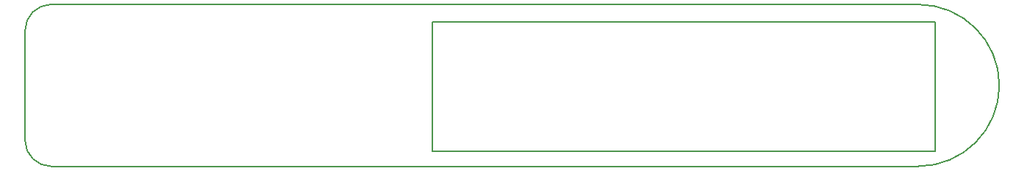
<source format=gbr>
G04 #@! TF.GenerationSoftware,KiCad,Pcbnew,5.0.2-bee76a0~70~ubuntu18.04.1*
G04 #@! TF.CreationDate,2020-04-11T17:04:52-04:00*
G04 #@! TF.ProjectId,weeSpindel,77656553-7069-46e6-9465-6c2e6b696361,rev?*
G04 #@! TF.SameCoordinates,PX56c8cc0PY6dac2c0*
G04 #@! TF.FileFunction,Profile,NP*
%FSLAX46Y46*%
G04 Gerber Fmt 4.6, Leading zero omitted, Abs format (unit mm)*
G04 Created by KiCad (PCBNEW 5.0.2-bee76a0~70~ubuntu18.04.1) date Sat 11 Apr 2020 05:04:52 PM EDT*
%MOMM*%
%LPD*%
G01*
G04 APERTURE LIST*
%ADD10C,0.200000*%
%ADD11C,0.150000*%
G04 APERTURE END LIST*
D10*
X47000000Y2500000D02*
X47000000Y17500000D01*
X105000000Y2500000D02*
X47000000Y2500000D01*
X105000000Y17500000D02*
X105000000Y2500000D01*
X47000000Y17500000D02*
X105000000Y17500000D01*
D11*
X103000000Y19500000D02*
X3000000Y19500000D01*
X103000000Y19500000D02*
G75*
G02X103000000Y750000I0J-9375000D01*
G01*
X3000000Y750000D02*
X103000000Y750000D01*
X3000000Y750000D02*
G75*
G02X0Y3750000I0J3000000D01*
G01*
X0Y16500000D02*
X0Y3750000D01*
X0Y16500000D02*
G75*
G02X3000000Y19500000I3000000J0D01*
G01*
M02*

</source>
